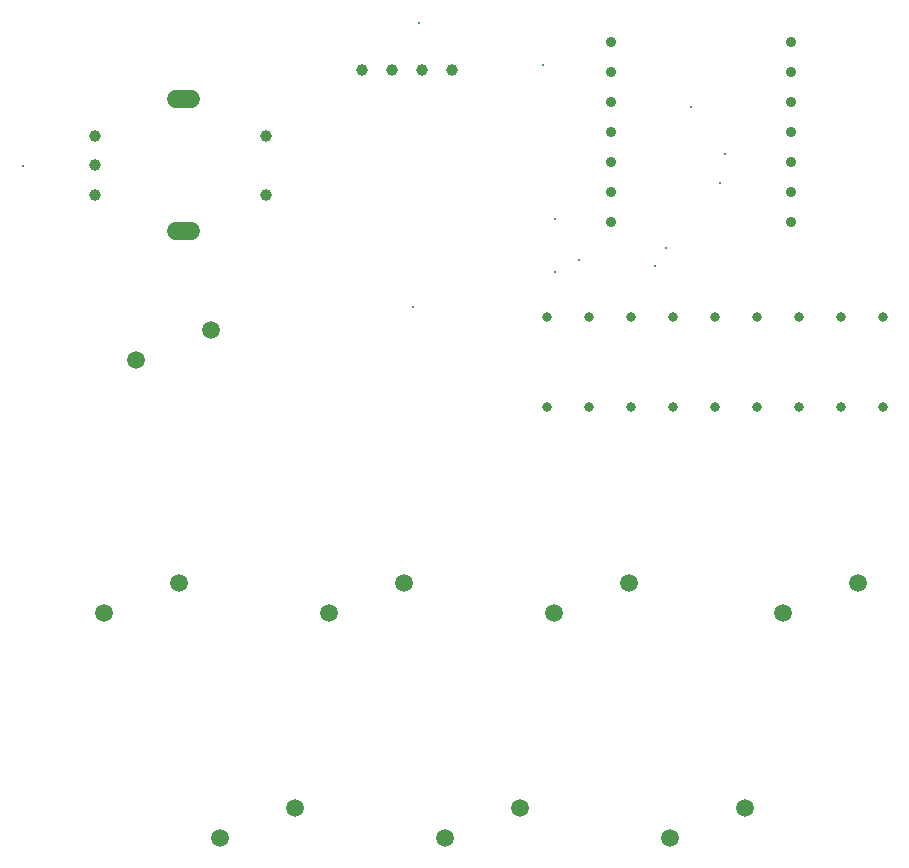
<source format=gbr>
%TF.GenerationSoftware,KiCad,Pcbnew,9.0.5*%
%TF.CreationDate,2025-12-01T20:35:21-06:00*%
%TF.ProjectId,KPad,4b506164-2e6b-4696-9361-645f70636258,rev?*%
%TF.SameCoordinates,Original*%
%TF.FileFunction,Plated,1,2,PTH,Mixed*%
%TF.FilePolarity,Positive*%
%FSLAX46Y46*%
G04 Gerber Fmt 4.6, Leading zero omitted, Abs format (unit mm)*
G04 Created by KiCad (PCBNEW 9.0.5) date 2025-12-01 20:35:21*
%MOMM*%
%LPD*%
G01*
G04 APERTURE LIST*
%TA.AperFunction,ViaDrill*%
%ADD10C,0.300000*%
%TD*%
%TA.AperFunction,ComponentDrill*%
%ADD11C,0.800000*%
%TD*%
%TA.AperFunction,ComponentDrill*%
%ADD12C,0.889000*%
%TD*%
%TA.AperFunction,ComponentDrill*%
%ADD13C,1.000000*%
%TD*%
%TA.AperFunction,ComponentDrill*%
%ADD14C,1.500000*%
%TD*%
G04 aperture for slot hole*
%TA.AperFunction,ComponentDrill*%
%ADD15C,1.500000*%
%TD*%
G04 APERTURE END LIST*
D10*
X60500000Y-40500000D03*
X93500000Y-52500000D03*
X94000000Y-28400000D03*
X104500000Y-32000000D03*
X105500000Y-45000000D03*
X105500000Y-49500000D03*
X107500000Y-48500000D03*
X114000000Y-49000000D03*
X114900000Y-47500000D03*
X117000000Y-35500000D03*
X119500000Y-42000000D03*
X119900000Y-39500000D03*
D11*
%TO.C,D25*%
X104850000Y-53327500D03*
X104850000Y-60947500D03*
%TO.C,D24*%
X108400000Y-53327500D03*
X108400000Y-60947500D03*
%TO.C,D23*%
X111950000Y-53327500D03*
X111950000Y-60947500D03*
%TO.C,D22*%
X115500000Y-53327500D03*
X115500000Y-60947500D03*
%TO.C,D21*%
X119050000Y-53327500D03*
X119050000Y-60947500D03*
%TO.C,D20*%
X122600000Y-53327500D03*
X122600000Y-60947500D03*
%TO.C,D19*%
X126150000Y-53327500D03*
X126150000Y-60947500D03*
%TO.C,D18*%
X129700000Y-53327500D03*
X129700000Y-60947500D03*
%TO.C,D17*%
X133250000Y-53327500D03*
X133250000Y-60947500D03*
D12*
%TO.C,U1*%
X110260000Y-30000000D03*
X110260000Y-32540000D03*
X110260000Y-35080000D03*
X110260000Y-37620000D03*
X110260000Y-40160000D03*
X110260000Y-42700000D03*
X110260000Y-45240000D03*
X125500000Y-30000000D03*
X125500000Y-32540000D03*
X125500000Y-35080000D03*
X125500000Y-37620000D03*
X125500000Y-40160000D03*
X125500000Y-42700000D03*
X125500000Y-45240000D03*
D13*
%TO.C,SW1*%
X66550000Y-37981000D03*
X66550000Y-40481000D03*
X66550000Y-42981000D03*
X81050000Y-37981000D03*
X81050000Y-42981000D03*
%TO.C,J1*%
X89173750Y-32391250D03*
X91713750Y-32391250D03*
X94253750Y-32391250D03*
X96793750Y-32391250D03*
D14*
%TO.C,SW2*%
X67310000Y-78422500D03*
%TO.C,SW8*%
X70008750Y-56991250D03*
%TO.C,SW2*%
X73660000Y-75882500D03*
D15*
%TO.C,SW1*%
X74700000Y-34881000D02*
X73400000Y-34881000D01*
X74700000Y-46081000D02*
X73400000Y-46081000D01*
D14*
%TO.C,SW8*%
X76358750Y-54451250D03*
%TO.C,SW5*%
X77152500Y-97472500D03*
X83502500Y-94932500D03*
%TO.C,SW3*%
X86360000Y-78422500D03*
X92710000Y-75882500D03*
%TO.C,SW6*%
X96202500Y-97472500D03*
X102552500Y-94932500D03*
%TO.C,SW4*%
X105410000Y-78422500D03*
X111760000Y-75882500D03*
%TO.C,SW7*%
X115252500Y-97472500D03*
X121602500Y-94932500D03*
%TO.C,SW9*%
X124777500Y-78422500D03*
X131127500Y-75882500D03*
M02*

</source>
